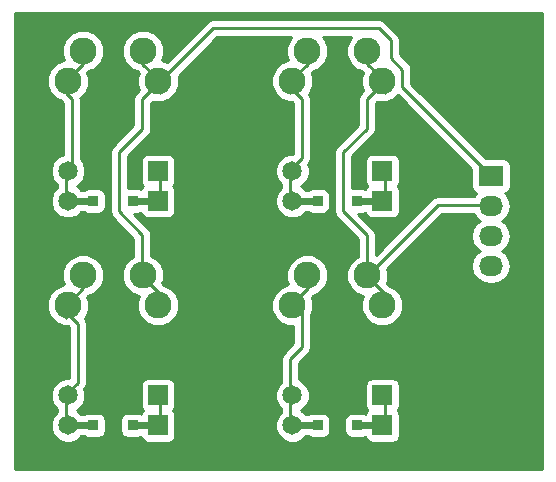
<source format=gbr>
G04 #@! TF.FileFunction,Copper,L1,Top,Signal*
%FSLAX46Y46*%
G04 Gerber Fmt 4.6, Leading zero omitted, Abs format (unit mm)*
G04 Created by KiCad (PCBNEW (after 2015-jan-16 BZR unknown)-brewed_product) date Friday, March 06, 2015 'AMt' 08:10:05 AM*
%MOMM*%
G01*
G04 APERTURE LIST*
%ADD10C,0.100000*%
%ADD11C,0.609600*%
%ADD12C,2.286000*%
%ADD13C,1.701800*%
%ADD14C,1.651000*%
%ADD15R,1.651000X1.651000*%
%ADD16R,0.838200X0.838200*%
%ADD17R,2.032000X1.727200*%
%ADD18O,2.032000X1.727200*%
%ADD19C,0.254000*%
G04 APERTURE END LIST*
D10*
D11*
X150190000Y-115620000D02*
X152336300Y-115620000D01*
X155663700Y-115620000D02*
X157810000Y-115620000D01*
X150190000Y-134620000D02*
X152336300Y-134620000D01*
X155663700Y-134620000D02*
X157810000Y-134620000D01*
X169190000Y-115620000D02*
X171336300Y-115620000D01*
X174663700Y-115620000D02*
X176810000Y-115620000D01*
X169190000Y-134620000D02*
X171336300Y-134620000D01*
X174663700Y-134620000D02*
X176810000Y-134620000D01*
D12*
X156540000Y-102920000D03*
X150190000Y-105460000D03*
D13*
X148920000Y-108000000D03*
X159080000Y-108000000D03*
D12*
X157810000Y-105460000D03*
X151460000Y-102920000D03*
D14*
X150190000Y-113080000D03*
D15*
X157810000Y-113080000D03*
D14*
X150190000Y-115620000D03*
D15*
X157810000Y-115620000D03*
D16*
X152336300Y-115620000D03*
X155663700Y-115620000D03*
D12*
X156540000Y-121920000D03*
X150190000Y-124460000D03*
D13*
X148920000Y-127000000D03*
X159080000Y-127000000D03*
D12*
X157810000Y-124460000D03*
X151460000Y-121920000D03*
D14*
X150190000Y-132080000D03*
D15*
X157810000Y-132080000D03*
D14*
X150190000Y-134620000D03*
D15*
X157810000Y-134620000D03*
D16*
X152336300Y-134620000D03*
X155663700Y-134620000D03*
D12*
X175540000Y-102920000D03*
X169190000Y-105460000D03*
D13*
X167920000Y-108000000D03*
X178080000Y-108000000D03*
D12*
X176810000Y-105460000D03*
X170460000Y-102920000D03*
D14*
X169190000Y-113080000D03*
D15*
X176810000Y-113080000D03*
D14*
X169190000Y-115620000D03*
D15*
X176810000Y-115620000D03*
D16*
X171336300Y-115620000D03*
X174663700Y-115620000D03*
D12*
X175540000Y-121920000D03*
X169190000Y-124460000D03*
D13*
X167920000Y-127000000D03*
X178080000Y-127000000D03*
D12*
X176810000Y-124460000D03*
X170460000Y-121920000D03*
D14*
X169190000Y-132080000D03*
D15*
X176810000Y-132080000D03*
D14*
X169190000Y-134620000D03*
D15*
X176810000Y-134620000D03*
D16*
X171336300Y-134620000D03*
X174663700Y-134620000D03*
D17*
X186000000Y-113500000D03*
D18*
X186000000Y-116040000D03*
X186000000Y-118580000D03*
X186000000Y-121120000D03*
D19*
X157810000Y-105460000D02*
X158000000Y-105500000D01*
X156540000Y-121920000D02*
X156500000Y-122000000D01*
X158000000Y-106500000D02*
X158000000Y-105500000D01*
X158000000Y-105500000D02*
X157810000Y-105460000D01*
X156540000Y-121920000D02*
X156500000Y-122000000D01*
X156500000Y-122000000D02*
X158000000Y-123500000D01*
X158000000Y-123500000D02*
X158000000Y-124500000D01*
X158000000Y-124500000D02*
X157810000Y-124460000D01*
X157810000Y-105460000D02*
X158000000Y-105500000D01*
X158000000Y-105500000D02*
X156500000Y-104000000D01*
X156500000Y-104000000D02*
X156500000Y-103000000D01*
X156500000Y-103000000D02*
X156540000Y-102920000D01*
X158000000Y-105500000D02*
X157810000Y-105460000D01*
X156500000Y-107000000D02*
X158000000Y-105500000D01*
X156500000Y-109500000D02*
X156500000Y-107000000D01*
X154500000Y-111500000D02*
X156500000Y-109500000D01*
X154500000Y-116500000D02*
X154500000Y-111500000D01*
X156500000Y-118500000D02*
X154500000Y-116500000D01*
X156500000Y-122000000D02*
X156500000Y-118500000D01*
X156540000Y-121920000D02*
X156500000Y-122000000D01*
X178500000Y-106000000D02*
X186000000Y-113500000D01*
X178500000Y-104500000D02*
X178500000Y-106000000D01*
X177500000Y-103500000D02*
X178500000Y-104500000D01*
X177500000Y-102000000D02*
X177500000Y-103500000D01*
X176500000Y-101000000D02*
X177500000Y-102000000D01*
X162500000Y-101000000D02*
X176500000Y-101000000D01*
X158000000Y-105500000D02*
X162500000Y-101000000D01*
X157810000Y-105460000D02*
X158000000Y-105500000D01*
X159080000Y-108000000D02*
X159000000Y-108000000D01*
X159000000Y-108000000D02*
X159500000Y-108500000D01*
X159000000Y-127000000D02*
X159080000Y-127000000D01*
X157810000Y-115620000D02*
X158000000Y-115500000D01*
X158000000Y-115500000D02*
X158000000Y-113000000D01*
X158000000Y-113000000D02*
X157810000Y-113080000D01*
X176810000Y-115620000D02*
X177000000Y-115500000D01*
X177000000Y-115500000D02*
X177000000Y-113000000D01*
X177000000Y-113000000D02*
X176810000Y-113080000D01*
X186000000Y-121120000D02*
X186000000Y-121000000D01*
X177000000Y-132000000D02*
X176810000Y-132080000D01*
X157810000Y-132080000D02*
X158000000Y-132000000D01*
X158000000Y-132000000D02*
X158000000Y-134500000D01*
X158000000Y-134500000D02*
X157810000Y-134620000D01*
X176810000Y-132080000D02*
X177000000Y-132000000D01*
X177000000Y-132000000D02*
X177000000Y-134500000D01*
X177000000Y-134500000D02*
X176810000Y-134620000D01*
X186000000Y-116000000D02*
X186000000Y-116040000D01*
X175540000Y-121920000D02*
X175500000Y-122000000D01*
X177000000Y-106500000D02*
X177000000Y-105500000D01*
X177000000Y-105500000D02*
X176810000Y-105460000D01*
X176810000Y-105460000D02*
X177000000Y-105500000D01*
X177000000Y-105500000D02*
X175500000Y-104000000D01*
X175500000Y-104000000D02*
X175500000Y-103000000D01*
X175500000Y-103000000D02*
X175540000Y-102920000D01*
X175540000Y-121920000D02*
X175500000Y-122000000D01*
X175500000Y-122000000D02*
X177000000Y-123500000D01*
X177000000Y-123500000D02*
X177000000Y-124500000D01*
X177000000Y-124500000D02*
X176810000Y-124460000D01*
X177000000Y-105500000D02*
X176810000Y-105460000D01*
X175500000Y-107000000D02*
X177000000Y-105500000D01*
X175500000Y-109500000D02*
X175500000Y-107000000D01*
X173500000Y-111500000D02*
X175500000Y-109500000D01*
X173500000Y-116500000D02*
X173500000Y-111500000D01*
X175500000Y-118500000D02*
X173500000Y-116500000D01*
X175500000Y-122000000D02*
X175500000Y-118500000D01*
X175540000Y-121920000D02*
X175500000Y-122000000D01*
X186000000Y-116000000D02*
X186000000Y-116040000D01*
X181500000Y-116000000D02*
X186000000Y-116000000D01*
X175500000Y-122000000D02*
X181500000Y-116000000D01*
X175540000Y-121920000D02*
X175500000Y-122000000D01*
X150190000Y-105460000D02*
X150000000Y-105500000D01*
X150000000Y-105500000D02*
X151500000Y-104000000D01*
X151500000Y-104000000D02*
X151500000Y-103000000D01*
X151500000Y-103000000D02*
X151460000Y-102920000D01*
X150190000Y-113080000D02*
X150000000Y-113000000D01*
X150000000Y-113000000D02*
X150500000Y-112500000D01*
X150500000Y-112500000D02*
X150500000Y-107000000D01*
X150500000Y-107000000D02*
X150000000Y-106500000D01*
X150000000Y-106500000D02*
X150000000Y-105500000D01*
X150000000Y-105500000D02*
X150190000Y-105460000D01*
X150190000Y-115620000D02*
X150000000Y-115500000D01*
X150000000Y-115500000D02*
X150000000Y-113000000D01*
X150000000Y-113000000D02*
X150190000Y-113080000D01*
X150190000Y-132080000D02*
X150000000Y-132000000D01*
X150000000Y-132000000D02*
X151000000Y-131000000D01*
X151000000Y-131000000D02*
X151000000Y-126000000D01*
X151000000Y-126000000D02*
X150000000Y-125000000D01*
X150000000Y-125000000D02*
X150000000Y-124000000D01*
X150000000Y-124000000D02*
X150190000Y-124460000D01*
X150190000Y-124460000D02*
X150000000Y-124500000D01*
X150000000Y-124500000D02*
X151500000Y-123000000D01*
X151500000Y-123000000D02*
X151500000Y-122000000D01*
X151500000Y-122000000D02*
X151460000Y-121920000D01*
X150190000Y-132080000D02*
X150000000Y-132000000D01*
X150000000Y-132000000D02*
X150500000Y-131500000D01*
X150000000Y-125500000D02*
X150000000Y-124500000D01*
X150000000Y-124500000D02*
X150190000Y-124460000D01*
X150190000Y-134620000D02*
X150000000Y-134500000D01*
X150000000Y-134500000D02*
X150000000Y-132000000D01*
X150000000Y-132000000D02*
X150190000Y-132080000D01*
X169190000Y-113080000D02*
X169000000Y-113000000D01*
X169000000Y-113000000D02*
X170000000Y-112000000D01*
X170000000Y-112000000D02*
X170000000Y-107000000D01*
X170000000Y-107000000D02*
X169000000Y-106000000D01*
X169000000Y-106000000D02*
X169000000Y-105000000D01*
X169000000Y-105000000D02*
X169190000Y-105460000D01*
X169190000Y-105460000D02*
X169000000Y-105500000D01*
X169000000Y-105500000D02*
X170500000Y-104000000D01*
X170500000Y-104000000D02*
X170500000Y-103000000D01*
X170500000Y-103000000D02*
X170460000Y-102920000D01*
X169190000Y-113080000D02*
X169000000Y-113000000D01*
X169000000Y-113000000D02*
X169500000Y-112500000D01*
X169000000Y-106500000D02*
X169000000Y-105500000D01*
X169000000Y-105500000D02*
X169190000Y-105460000D01*
X169190000Y-113080000D02*
X169000000Y-113000000D01*
X169000000Y-113000000D02*
X169000000Y-115500000D01*
X169000000Y-115500000D02*
X169190000Y-115620000D01*
X169190000Y-124460000D02*
X169000000Y-124000000D01*
X169000000Y-124000000D02*
X170000000Y-125000000D01*
X170000000Y-125000000D02*
X170000000Y-128000000D01*
X170000000Y-128000000D02*
X169000000Y-129000000D01*
X169000000Y-129000000D02*
X169000000Y-132000000D01*
X169000000Y-132000000D02*
X169190000Y-132080000D01*
X169190000Y-124460000D02*
X169000000Y-124500000D01*
X169000000Y-124500000D02*
X170500000Y-123000000D01*
X170500000Y-123000000D02*
X170500000Y-122000000D01*
X170500000Y-122000000D02*
X170460000Y-121920000D01*
X169190000Y-124460000D02*
X169000000Y-124500000D01*
X169000000Y-124500000D02*
X169500000Y-125000000D01*
X169000000Y-132000000D02*
X169190000Y-132080000D01*
X169190000Y-132080000D02*
X169000000Y-132000000D01*
X169000000Y-132000000D02*
X169000000Y-134500000D01*
X169000000Y-134500000D02*
X169190000Y-134620000D01*
G36*
X184772962Y-114968718D02*
X184755585Y-114980330D01*
X184583415Y-115238000D01*
X181500000Y-115238000D01*
X181208395Y-115296004D01*
X180961184Y-115461185D01*
X176262000Y-120160369D01*
X176262000Y-118500000D01*
X176203996Y-118208395D01*
X176038815Y-117961185D01*
X174764170Y-116686540D01*
X175082800Y-116686540D01*
X175324923Y-116639563D01*
X175369083Y-116610553D01*
X175384037Y-116687623D01*
X175523827Y-116900427D01*
X175734860Y-117042877D01*
X175984500Y-117092940D01*
X177635500Y-117092940D01*
X177877623Y-117045963D01*
X178090427Y-116906173D01*
X178232877Y-116695140D01*
X178282940Y-116445500D01*
X178282940Y-114794500D01*
X178235963Y-114552377D01*
X178102194Y-114348739D01*
X178232877Y-114155140D01*
X178282940Y-113905500D01*
X178282940Y-112254500D01*
X178235963Y-112012377D01*
X178096173Y-111799573D01*
X177885140Y-111657123D01*
X177635500Y-111607060D01*
X175984500Y-111607060D01*
X175742377Y-111654037D01*
X175529573Y-111793827D01*
X175387123Y-112004860D01*
X175337060Y-112254500D01*
X175337060Y-113905500D01*
X175384037Y-114147623D01*
X175517805Y-114351260D01*
X175387123Y-114544860D01*
X175370241Y-114629039D01*
X175332440Y-114603523D01*
X175082800Y-114553460D01*
X174262000Y-114553460D01*
X174262000Y-111815630D01*
X176038815Y-110038815D01*
X176203996Y-109791605D01*
X176261999Y-109500000D01*
X176262000Y-109500000D01*
X176262000Y-107315630D01*
X176373634Y-107203995D01*
X176454782Y-107237691D01*
X176879653Y-107238061D01*
X177000000Y-107262000D01*
X177119295Y-107238270D01*
X177162114Y-107238308D01*
X177202036Y-107221812D01*
X177291605Y-107203996D01*
X177366873Y-107153703D01*
X177815840Y-106968194D01*
X178103452Y-106681082D01*
X184336560Y-112914190D01*
X184336560Y-114363600D01*
X184383537Y-114605723D01*
X184523327Y-114818527D01*
X184734360Y-114960977D01*
X184772962Y-114968718D01*
X184772962Y-114968718D01*
G37*
X184772962Y-114968718D02*
X184755585Y-114980330D01*
X184583415Y-115238000D01*
X181500000Y-115238000D01*
X181208395Y-115296004D01*
X180961184Y-115461185D01*
X176262000Y-120160369D01*
X176262000Y-118500000D01*
X176203996Y-118208395D01*
X176038815Y-117961185D01*
X174764170Y-116686540D01*
X175082800Y-116686540D01*
X175324923Y-116639563D01*
X175369083Y-116610553D01*
X175384037Y-116687623D01*
X175523827Y-116900427D01*
X175734860Y-117042877D01*
X175984500Y-117092940D01*
X177635500Y-117092940D01*
X177877623Y-117045963D01*
X178090427Y-116906173D01*
X178232877Y-116695140D01*
X178282940Y-116445500D01*
X178282940Y-114794500D01*
X178235963Y-114552377D01*
X178102194Y-114348739D01*
X178232877Y-114155140D01*
X178282940Y-113905500D01*
X178282940Y-112254500D01*
X178235963Y-112012377D01*
X178096173Y-111799573D01*
X177885140Y-111657123D01*
X177635500Y-111607060D01*
X175984500Y-111607060D01*
X175742377Y-111654037D01*
X175529573Y-111793827D01*
X175387123Y-112004860D01*
X175337060Y-112254500D01*
X175337060Y-113905500D01*
X175384037Y-114147623D01*
X175517805Y-114351260D01*
X175387123Y-114544860D01*
X175370241Y-114629039D01*
X175332440Y-114603523D01*
X175082800Y-114553460D01*
X174262000Y-114553460D01*
X174262000Y-111815630D01*
X176038815Y-110038815D01*
X176203996Y-109791605D01*
X176261999Y-109500000D01*
X176262000Y-109500000D01*
X176262000Y-107315630D01*
X176373634Y-107203995D01*
X176454782Y-107237691D01*
X176879653Y-107238061D01*
X177000000Y-107262000D01*
X177119295Y-107238270D01*
X177162114Y-107238308D01*
X177202036Y-107221812D01*
X177291605Y-107203996D01*
X177366873Y-107153703D01*
X177815840Y-106968194D01*
X178103452Y-106681082D01*
X184336560Y-112914190D01*
X184336560Y-114363600D01*
X184383537Y-114605723D01*
X184523327Y-114818527D01*
X184734360Y-114960977D01*
X184772962Y-114968718D01*
G36*
X190315000Y-138315000D02*
X187683345Y-138315000D01*
X187683345Y-121120000D01*
X187569271Y-120546511D01*
X187244415Y-120060330D01*
X186929634Y-119850000D01*
X187244415Y-119639670D01*
X187569271Y-119153489D01*
X187683345Y-118580000D01*
X187569271Y-118006511D01*
X187244415Y-117520330D01*
X186929634Y-117310000D01*
X187244415Y-117099670D01*
X187569271Y-116613489D01*
X187683345Y-116040000D01*
X187569271Y-115466511D01*
X187244415Y-114980330D01*
X187228632Y-114969784D01*
X187258123Y-114964063D01*
X187470927Y-114824273D01*
X187613377Y-114613240D01*
X187663440Y-114363600D01*
X187663440Y-112636400D01*
X187616463Y-112394277D01*
X187476673Y-112181473D01*
X187265640Y-112039023D01*
X187016000Y-111988960D01*
X185566590Y-111988960D01*
X179262000Y-105684369D01*
X179262000Y-104500000D01*
X179203997Y-104208396D01*
X179203996Y-104208395D01*
X179038816Y-103961185D01*
X178262000Y-103184369D01*
X178262000Y-102000000D01*
X178203997Y-101708396D01*
X178203996Y-101708395D01*
X178038816Y-101461185D01*
X177038815Y-100461185D01*
X176791605Y-100296004D01*
X176500000Y-100238000D01*
X162500000Y-100238000D01*
X162208395Y-100296004D01*
X161961185Y-100461185D01*
X158571399Y-103850970D01*
X158165218Y-103682309D01*
X158148657Y-103682294D01*
X158317691Y-103275218D01*
X158318308Y-102567886D01*
X158048194Y-101914160D01*
X157548471Y-101413564D01*
X156895218Y-101142309D01*
X156187886Y-101141692D01*
X155534160Y-101411806D01*
X155033564Y-101911529D01*
X154762309Y-102564782D01*
X154761692Y-103272114D01*
X155031806Y-103925840D01*
X155531529Y-104426436D01*
X156074102Y-104651732D01*
X156177498Y-104755128D01*
X156032309Y-105104782D01*
X156031692Y-105812114D01*
X156200853Y-106221516D01*
X155961185Y-106461185D01*
X155796004Y-106708395D01*
X155738000Y-107000000D01*
X155738000Y-109184370D01*
X153961185Y-110961185D01*
X153796004Y-111208395D01*
X153738000Y-111500000D01*
X153738000Y-116500000D01*
X153796004Y-116791605D01*
X153961185Y-117038815D01*
X155738000Y-118815630D01*
X155738000Y-120327581D01*
X155534160Y-120411806D01*
X155033564Y-120911529D01*
X154762309Y-121564782D01*
X154761692Y-122272114D01*
X155031806Y-122925840D01*
X155531529Y-123426436D01*
X156184782Y-123697691D01*
X156201342Y-123697705D01*
X156032309Y-124104782D01*
X156031692Y-124812114D01*
X156301806Y-125465840D01*
X156801529Y-125966436D01*
X157454782Y-126237691D01*
X158162114Y-126238308D01*
X158815840Y-125968194D01*
X159316436Y-125468471D01*
X159587691Y-124815218D01*
X159588308Y-124107886D01*
X159318194Y-123454160D01*
X158818471Y-122953564D01*
X158327201Y-122749570D01*
X158181304Y-122603673D01*
X158317691Y-122275218D01*
X158318308Y-121567886D01*
X158048194Y-120914160D01*
X157548471Y-120413564D01*
X157262000Y-120294610D01*
X157262000Y-118500000D01*
X157203996Y-118208395D01*
X157038815Y-117961185D01*
X155764170Y-116686540D01*
X156082800Y-116686540D01*
X156324923Y-116639563D01*
X156369083Y-116610553D01*
X156384037Y-116687623D01*
X156523827Y-116900427D01*
X156734860Y-117042877D01*
X156984500Y-117092940D01*
X158635500Y-117092940D01*
X158877623Y-117045963D01*
X159090427Y-116906173D01*
X159232877Y-116695140D01*
X159282940Y-116445500D01*
X159282940Y-114794500D01*
X159235963Y-114552377D01*
X159102194Y-114348739D01*
X159232877Y-114155140D01*
X159282940Y-113905500D01*
X159282940Y-112254500D01*
X159235963Y-112012377D01*
X159096173Y-111799573D01*
X158885140Y-111657123D01*
X158635500Y-111607060D01*
X156984500Y-111607060D01*
X156742377Y-111654037D01*
X156529573Y-111793827D01*
X156387123Y-112004860D01*
X156337060Y-112254500D01*
X156337060Y-113905500D01*
X156384037Y-114147623D01*
X156517805Y-114351260D01*
X156387123Y-114544860D01*
X156370241Y-114629039D01*
X156332440Y-114603523D01*
X156082800Y-114553460D01*
X155262000Y-114553460D01*
X155262000Y-111815630D01*
X157038815Y-110038815D01*
X157203996Y-109791605D01*
X157261999Y-109500000D01*
X157262000Y-109500000D01*
X157262000Y-107315630D01*
X157373634Y-107203995D01*
X157454782Y-107237691D01*
X157879653Y-107238061D01*
X158000000Y-107262000D01*
X158119295Y-107238270D01*
X158162114Y-107238308D01*
X158202036Y-107221812D01*
X158291605Y-107203996D01*
X158366873Y-107153703D01*
X158815840Y-106968194D01*
X159316436Y-106468471D01*
X159587691Y-105815218D01*
X159588308Y-105107886D01*
X159553642Y-105023987D01*
X162815630Y-101762000D01*
X169103354Y-101762000D01*
X168953564Y-101911529D01*
X168682309Y-102564782D01*
X168681692Y-103272114D01*
X168850930Y-103681703D01*
X168837886Y-103681692D01*
X168184160Y-103951806D01*
X167683564Y-104451529D01*
X167412309Y-105104782D01*
X167411692Y-105812114D01*
X167681806Y-106465840D01*
X168181529Y-106966436D01*
X168634127Y-107154371D01*
X168708395Y-107203996D01*
X168795234Y-107221269D01*
X168834782Y-107237691D01*
X168877980Y-107237728D01*
X169000000Y-107262000D01*
X169120954Y-107237940D01*
X169160344Y-107237974D01*
X169238000Y-107315630D01*
X169238000Y-111619541D01*
X168900763Y-111619247D01*
X168363774Y-111841126D01*
X167952570Y-112251613D01*
X167729754Y-112788214D01*
X167729247Y-113369237D01*
X167951126Y-113906226D01*
X168238000Y-114193601D01*
X168238000Y-114506680D01*
X167952570Y-114791613D01*
X167729754Y-115328214D01*
X167729247Y-115909237D01*
X167951126Y-116446226D01*
X168361613Y-116857430D01*
X168898214Y-117080246D01*
X169479237Y-117080753D01*
X170016226Y-116858874D01*
X170315822Y-116559800D01*
X170553966Y-116559800D01*
X170667560Y-116636477D01*
X170917200Y-116686540D01*
X171755400Y-116686540D01*
X171997523Y-116639563D01*
X172210327Y-116499773D01*
X172352777Y-116288740D01*
X172402840Y-116039100D01*
X172402840Y-115200900D01*
X172355863Y-114958777D01*
X172216073Y-114745973D01*
X172005040Y-114603523D01*
X171755400Y-114553460D01*
X170917200Y-114553460D01*
X170675077Y-114600437D01*
X170553652Y-114680200D01*
X170315498Y-114680200D01*
X170018387Y-114382570D01*
X169940421Y-114350195D01*
X170016226Y-114318874D01*
X170427430Y-113908387D01*
X170650246Y-113371786D01*
X170650753Y-112790763D01*
X170543656Y-112531570D01*
X170543656Y-112531569D01*
X170703996Y-112291605D01*
X170703997Y-112291604D01*
X170762000Y-112000000D01*
X170762000Y-107000000D01*
X170703997Y-106708396D01*
X170703996Y-106708395D01*
X170604804Y-106559943D01*
X170696436Y-106468471D01*
X170967691Y-105815218D01*
X170968308Y-105107886D01*
X170822537Y-104755093D01*
X170926646Y-104650983D01*
X171465840Y-104428194D01*
X171966436Y-103928471D01*
X172237691Y-103275218D01*
X172238308Y-102567886D01*
X171968194Y-101914160D01*
X171816299Y-101762000D01*
X174183354Y-101762000D01*
X174033564Y-101911529D01*
X173762309Y-102564782D01*
X173761692Y-103272114D01*
X174031806Y-103925840D01*
X174531529Y-104426436D01*
X175074102Y-104651732D01*
X175177498Y-104755128D01*
X175032309Y-105104782D01*
X175031692Y-105812114D01*
X175200853Y-106221516D01*
X174961185Y-106461185D01*
X174796004Y-106708395D01*
X174738000Y-107000000D01*
X174738000Y-109184370D01*
X172961185Y-110961185D01*
X172796004Y-111208395D01*
X172738000Y-111500000D01*
X172738000Y-116500000D01*
X172796004Y-116791605D01*
X172961185Y-117038815D01*
X174738000Y-118815630D01*
X174738000Y-120327581D01*
X174534160Y-120411806D01*
X174033564Y-120911529D01*
X173762309Y-121564782D01*
X173761692Y-122272114D01*
X174031806Y-122925840D01*
X174531529Y-123426436D01*
X175184782Y-123697691D01*
X175201342Y-123697705D01*
X175032309Y-124104782D01*
X175031692Y-124812114D01*
X175301806Y-125465840D01*
X175801529Y-125966436D01*
X176454782Y-126237691D01*
X177162114Y-126238308D01*
X177815840Y-125968194D01*
X178316436Y-125468471D01*
X178587691Y-124815218D01*
X178588308Y-124107886D01*
X178318194Y-123454160D01*
X177818471Y-122953564D01*
X177327201Y-122749570D01*
X177181304Y-122603673D01*
X177317691Y-122275218D01*
X177318308Y-121567886D01*
X177228089Y-121349540D01*
X181815630Y-116762000D01*
X184529960Y-116762000D01*
X184755585Y-117099670D01*
X185070365Y-117310000D01*
X184755585Y-117520330D01*
X184430729Y-118006511D01*
X184316655Y-118580000D01*
X184430729Y-119153489D01*
X184755585Y-119639670D01*
X185070365Y-119850000D01*
X184755585Y-120060330D01*
X184430729Y-120546511D01*
X184316655Y-121120000D01*
X184430729Y-121693489D01*
X184755585Y-122179670D01*
X185241766Y-122504526D01*
X185815255Y-122618600D01*
X186184745Y-122618600D01*
X186758234Y-122504526D01*
X187244415Y-122179670D01*
X187569271Y-121693489D01*
X187683345Y-121120000D01*
X187683345Y-138315000D01*
X178282940Y-138315000D01*
X178282940Y-135445500D01*
X178282940Y-133794500D01*
X178235963Y-133552377D01*
X178102194Y-133348739D01*
X178232877Y-133155140D01*
X178282940Y-132905500D01*
X178282940Y-131254500D01*
X178235963Y-131012377D01*
X178096173Y-130799573D01*
X177885140Y-130657123D01*
X177635500Y-130607060D01*
X175984500Y-130607060D01*
X175742377Y-130654037D01*
X175529573Y-130793827D01*
X175387123Y-131004860D01*
X175337060Y-131254500D01*
X175337060Y-132905500D01*
X175384037Y-133147623D01*
X175517805Y-133351260D01*
X175387123Y-133544860D01*
X175370241Y-133629039D01*
X175332440Y-133603523D01*
X175082800Y-133553460D01*
X174244600Y-133553460D01*
X174002477Y-133600437D01*
X173789673Y-133740227D01*
X173647223Y-133951260D01*
X173597160Y-134200900D01*
X173597160Y-135039100D01*
X173644137Y-135281223D01*
X173783927Y-135494027D01*
X173994960Y-135636477D01*
X174244600Y-135686540D01*
X175082800Y-135686540D01*
X175324923Y-135639563D01*
X175369083Y-135610553D01*
X175384037Y-135687623D01*
X175523827Y-135900427D01*
X175734860Y-136042877D01*
X175984500Y-136092940D01*
X177635500Y-136092940D01*
X177877623Y-136045963D01*
X178090427Y-135906173D01*
X178232877Y-135695140D01*
X178282940Y-135445500D01*
X178282940Y-138315000D01*
X172402840Y-138315000D01*
X172402840Y-135039100D01*
X172402840Y-134200900D01*
X172355863Y-133958777D01*
X172216073Y-133745973D01*
X172005040Y-133603523D01*
X171755400Y-133553460D01*
X170917200Y-133553460D01*
X170675077Y-133600437D01*
X170553652Y-133680200D01*
X170315498Y-133680200D01*
X170018387Y-133382570D01*
X169940421Y-133350195D01*
X170016226Y-133318874D01*
X170427430Y-132908387D01*
X170650246Y-132371786D01*
X170650753Y-131790763D01*
X170428874Y-131253774D01*
X170018387Y-130842570D01*
X169762000Y-130736108D01*
X169762000Y-129315630D01*
X170538815Y-128538815D01*
X170538816Y-128538815D01*
X170703996Y-128291605D01*
X170703997Y-128291604D01*
X170762000Y-128000000D01*
X170762000Y-125310575D01*
X170967691Y-124815218D01*
X170968308Y-124107886D01*
X170822537Y-123755093D01*
X170926646Y-123650983D01*
X171465840Y-123428194D01*
X171966436Y-122928471D01*
X172237691Y-122275218D01*
X172238308Y-121567886D01*
X171968194Y-120914160D01*
X171468471Y-120413564D01*
X170815218Y-120142309D01*
X170107886Y-120141692D01*
X169454160Y-120411806D01*
X168953564Y-120911529D01*
X168682309Y-121564782D01*
X168681692Y-122272114D01*
X168850930Y-122681703D01*
X168837886Y-122681692D01*
X168184160Y-122951806D01*
X167683564Y-123451529D01*
X167412309Y-124104782D01*
X167411692Y-124812114D01*
X167681806Y-125465840D01*
X168181529Y-125966436D01*
X168834782Y-126237691D01*
X169238000Y-126238042D01*
X169238000Y-127684369D01*
X168461185Y-128461185D01*
X168296004Y-128708395D01*
X168238000Y-129000000D01*
X168238000Y-130966680D01*
X167952570Y-131251613D01*
X167729754Y-131788214D01*
X167729247Y-132369237D01*
X167951126Y-132906226D01*
X168238000Y-133193601D01*
X168238000Y-133506680D01*
X167952570Y-133791613D01*
X167729754Y-134328214D01*
X167729247Y-134909237D01*
X167951126Y-135446226D01*
X168361613Y-135857430D01*
X168898214Y-136080246D01*
X169479237Y-136080753D01*
X170016226Y-135858874D01*
X170315822Y-135559800D01*
X170553966Y-135559800D01*
X170667560Y-135636477D01*
X170917200Y-135686540D01*
X171755400Y-135686540D01*
X171997523Y-135639563D01*
X172210327Y-135499773D01*
X172352777Y-135288740D01*
X172402840Y-135039100D01*
X172402840Y-138315000D01*
X159282940Y-138315000D01*
X159282940Y-135445500D01*
X159282940Y-133794500D01*
X159235963Y-133552377D01*
X159102194Y-133348739D01*
X159232877Y-133155140D01*
X159282940Y-132905500D01*
X159282940Y-131254500D01*
X159235963Y-131012377D01*
X159096173Y-130799573D01*
X158885140Y-130657123D01*
X158635500Y-130607060D01*
X156984500Y-130607060D01*
X156742377Y-130654037D01*
X156529573Y-130793827D01*
X156387123Y-131004860D01*
X156337060Y-131254500D01*
X156337060Y-132905500D01*
X156384037Y-133147623D01*
X156517805Y-133351260D01*
X156387123Y-133544860D01*
X156370241Y-133629039D01*
X156332440Y-133603523D01*
X156082800Y-133553460D01*
X155244600Y-133553460D01*
X155002477Y-133600437D01*
X154789673Y-133740227D01*
X154647223Y-133951260D01*
X154597160Y-134200900D01*
X154597160Y-135039100D01*
X154644137Y-135281223D01*
X154783927Y-135494027D01*
X154994960Y-135636477D01*
X155244600Y-135686540D01*
X156082800Y-135686540D01*
X156324923Y-135639563D01*
X156369083Y-135610553D01*
X156384037Y-135687623D01*
X156523827Y-135900427D01*
X156734860Y-136042877D01*
X156984500Y-136092940D01*
X158635500Y-136092940D01*
X158877623Y-136045963D01*
X159090427Y-135906173D01*
X159232877Y-135695140D01*
X159282940Y-135445500D01*
X159282940Y-138315000D01*
X153402840Y-138315000D01*
X153402840Y-135039100D01*
X153402840Y-134200900D01*
X153402840Y-116039100D01*
X153402840Y-115200900D01*
X153355863Y-114958777D01*
X153216073Y-114745973D01*
X153005040Y-114603523D01*
X152755400Y-114553460D01*
X151917200Y-114553460D01*
X151675077Y-114600437D01*
X151553652Y-114680200D01*
X151315498Y-114680200D01*
X151018387Y-114382570D01*
X150940421Y-114350195D01*
X151016226Y-114318874D01*
X151427430Y-113908387D01*
X151650246Y-113371786D01*
X151650753Y-112790763D01*
X151428874Y-112253774D01*
X151262000Y-112086608D01*
X151262000Y-107000000D01*
X151245760Y-106918360D01*
X151696436Y-106468471D01*
X151967691Y-105815218D01*
X151968308Y-105107886D01*
X151822537Y-104755093D01*
X151926646Y-104650983D01*
X152465840Y-104428194D01*
X152966436Y-103928471D01*
X153237691Y-103275218D01*
X153238308Y-102567886D01*
X152968194Y-101914160D01*
X152468471Y-101413564D01*
X151815218Y-101142309D01*
X151107886Y-101141692D01*
X150454160Y-101411806D01*
X149953564Y-101911529D01*
X149682309Y-102564782D01*
X149681692Y-103272114D01*
X149850930Y-103681703D01*
X149837886Y-103681692D01*
X149184160Y-103951806D01*
X148683564Y-104451529D01*
X148412309Y-105104782D01*
X148411692Y-105812114D01*
X148681806Y-106465840D01*
X149181529Y-106966436D01*
X149535992Y-107113622D01*
X149738000Y-107315630D01*
X149738000Y-111686499D01*
X149363774Y-111841126D01*
X148952570Y-112251613D01*
X148729754Y-112788214D01*
X148729247Y-113369237D01*
X148951126Y-113906226D01*
X149238000Y-114193601D01*
X149238000Y-114506680D01*
X148952570Y-114791613D01*
X148729754Y-115328214D01*
X148729247Y-115909237D01*
X148951126Y-116446226D01*
X149361613Y-116857430D01*
X149898214Y-117080246D01*
X150479237Y-117080753D01*
X151016226Y-116858874D01*
X151315822Y-116559800D01*
X151553966Y-116559800D01*
X151667560Y-116636477D01*
X151917200Y-116686540D01*
X152755400Y-116686540D01*
X152997523Y-116639563D01*
X153210327Y-116499773D01*
X153352777Y-116288740D01*
X153402840Y-116039100D01*
X153402840Y-134200900D01*
X153355863Y-133958777D01*
X153216073Y-133745973D01*
X153005040Y-133603523D01*
X152755400Y-133553460D01*
X151917200Y-133553460D01*
X151675077Y-133600437D01*
X151553652Y-133680200D01*
X151315498Y-133680200D01*
X151018387Y-133382570D01*
X150940421Y-133350195D01*
X151016226Y-133318874D01*
X151427430Y-132908387D01*
X151650246Y-132371786D01*
X151650753Y-131790763D01*
X151543656Y-131531570D01*
X151543656Y-131531569D01*
X151703996Y-131291605D01*
X151703997Y-131291604D01*
X151762000Y-131000000D01*
X151762000Y-126000000D01*
X151703997Y-125708396D01*
X151703996Y-125708395D01*
X151604804Y-125559943D01*
X151696436Y-125468471D01*
X151967691Y-124815218D01*
X151968308Y-124107886D01*
X151822537Y-123755093D01*
X151926646Y-123650983D01*
X152465840Y-123428194D01*
X152966436Y-122928471D01*
X153237691Y-122275218D01*
X153238308Y-121567886D01*
X152968194Y-120914160D01*
X152468471Y-120413564D01*
X151815218Y-120142309D01*
X151107886Y-120141692D01*
X150454160Y-120411806D01*
X149953564Y-120911529D01*
X149682309Y-121564782D01*
X149681692Y-122272114D01*
X149850930Y-122681703D01*
X149837886Y-122681692D01*
X149184160Y-122951806D01*
X148683564Y-123451529D01*
X148412309Y-124104782D01*
X148411692Y-124812114D01*
X148681806Y-125465840D01*
X149181529Y-125966436D01*
X149634127Y-126154371D01*
X149708395Y-126203996D01*
X149795234Y-126221269D01*
X149834782Y-126237691D01*
X149877980Y-126237728D01*
X150000000Y-126262000D01*
X150120954Y-126237940D01*
X150160344Y-126237974D01*
X150238000Y-126315630D01*
X150238000Y-130619541D01*
X149900763Y-130619247D01*
X149363774Y-130841126D01*
X148952570Y-131251613D01*
X148729754Y-131788214D01*
X148729247Y-132369237D01*
X148951126Y-132906226D01*
X149238000Y-133193601D01*
X149238000Y-133506680D01*
X148952570Y-133791613D01*
X148729754Y-134328214D01*
X148729247Y-134909237D01*
X148951126Y-135446226D01*
X149361613Y-135857430D01*
X149898214Y-136080246D01*
X150479237Y-136080753D01*
X151016226Y-135858874D01*
X151315822Y-135559800D01*
X151553966Y-135559800D01*
X151667560Y-135636477D01*
X151917200Y-135686540D01*
X152755400Y-135686540D01*
X152997523Y-135639563D01*
X153210327Y-135499773D01*
X153352777Y-135288740D01*
X153402840Y-135039100D01*
X153402840Y-138315000D01*
X145685000Y-138315000D01*
X145685000Y-138000000D01*
X145685000Y-99685000D01*
X190315000Y-99685000D01*
X190315000Y-138315000D01*
X190315000Y-138315000D01*
G37*
X190315000Y-138315000D02*
X187683345Y-138315000D01*
X187683345Y-121120000D01*
X187569271Y-120546511D01*
X187244415Y-120060330D01*
X186929634Y-119850000D01*
X187244415Y-119639670D01*
X187569271Y-119153489D01*
X187683345Y-118580000D01*
X187569271Y-118006511D01*
X187244415Y-117520330D01*
X186929634Y-117310000D01*
X187244415Y-117099670D01*
X187569271Y-116613489D01*
X187683345Y-116040000D01*
X187569271Y-115466511D01*
X187244415Y-114980330D01*
X187228632Y-114969784D01*
X187258123Y-114964063D01*
X187470927Y-114824273D01*
X187613377Y-114613240D01*
X187663440Y-114363600D01*
X187663440Y-112636400D01*
X187616463Y-112394277D01*
X187476673Y-112181473D01*
X187265640Y-112039023D01*
X187016000Y-111988960D01*
X185566590Y-111988960D01*
X179262000Y-105684369D01*
X179262000Y-104500000D01*
X179203997Y-104208396D01*
X179203996Y-104208395D01*
X179038816Y-103961185D01*
X178262000Y-103184369D01*
X178262000Y-102000000D01*
X178203997Y-101708396D01*
X178203996Y-101708395D01*
X178038816Y-101461185D01*
X177038815Y-100461185D01*
X176791605Y-100296004D01*
X176500000Y-100238000D01*
X162500000Y-100238000D01*
X162208395Y-100296004D01*
X161961185Y-100461185D01*
X158571399Y-103850970D01*
X158165218Y-103682309D01*
X158148657Y-103682294D01*
X158317691Y-103275218D01*
X158318308Y-102567886D01*
X158048194Y-101914160D01*
X157548471Y-101413564D01*
X156895218Y-101142309D01*
X156187886Y-101141692D01*
X155534160Y-101411806D01*
X155033564Y-101911529D01*
X154762309Y-102564782D01*
X154761692Y-103272114D01*
X155031806Y-103925840D01*
X155531529Y-104426436D01*
X156074102Y-104651732D01*
X156177498Y-104755128D01*
X156032309Y-105104782D01*
X156031692Y-105812114D01*
X156200853Y-106221516D01*
X155961185Y-106461185D01*
X155796004Y-106708395D01*
X155738000Y-107000000D01*
X155738000Y-109184370D01*
X153961185Y-110961185D01*
X153796004Y-111208395D01*
X153738000Y-111500000D01*
X153738000Y-116500000D01*
X153796004Y-116791605D01*
X153961185Y-117038815D01*
X155738000Y-118815630D01*
X155738000Y-120327581D01*
X155534160Y-120411806D01*
X155033564Y-120911529D01*
X154762309Y-121564782D01*
X154761692Y-122272114D01*
X155031806Y-122925840D01*
X155531529Y-123426436D01*
X156184782Y-123697691D01*
X156201342Y-123697705D01*
X156032309Y-124104782D01*
X156031692Y-124812114D01*
X156301806Y-125465840D01*
X156801529Y-125966436D01*
X157454782Y-126237691D01*
X158162114Y-126238308D01*
X158815840Y-125968194D01*
X159316436Y-125468471D01*
X159587691Y-124815218D01*
X159588308Y-124107886D01*
X159318194Y-123454160D01*
X158818471Y-122953564D01*
X158327201Y-122749570D01*
X158181304Y-122603673D01*
X158317691Y-122275218D01*
X158318308Y-121567886D01*
X158048194Y-120914160D01*
X157548471Y-120413564D01*
X157262000Y-120294610D01*
X157262000Y-118500000D01*
X157203996Y-118208395D01*
X157038815Y-117961185D01*
X155764170Y-116686540D01*
X156082800Y-116686540D01*
X156324923Y-116639563D01*
X156369083Y-116610553D01*
X156384037Y-116687623D01*
X156523827Y-116900427D01*
X156734860Y-117042877D01*
X156984500Y-117092940D01*
X158635500Y-117092940D01*
X158877623Y-117045963D01*
X159090427Y-116906173D01*
X159232877Y-116695140D01*
X159282940Y-116445500D01*
X159282940Y-114794500D01*
X159235963Y-114552377D01*
X159102194Y-114348739D01*
X159232877Y-114155140D01*
X159282940Y-113905500D01*
X159282940Y-112254500D01*
X159235963Y-112012377D01*
X159096173Y-111799573D01*
X158885140Y-111657123D01*
X158635500Y-111607060D01*
X156984500Y-111607060D01*
X156742377Y-111654037D01*
X156529573Y-111793827D01*
X156387123Y-112004860D01*
X156337060Y-112254500D01*
X156337060Y-113905500D01*
X156384037Y-114147623D01*
X156517805Y-114351260D01*
X156387123Y-114544860D01*
X156370241Y-114629039D01*
X156332440Y-114603523D01*
X156082800Y-114553460D01*
X155262000Y-114553460D01*
X155262000Y-111815630D01*
X157038815Y-110038815D01*
X157203996Y-109791605D01*
X157261999Y-109500000D01*
X157262000Y-109500000D01*
X157262000Y-107315630D01*
X157373634Y-107203995D01*
X157454782Y-107237691D01*
X157879653Y-107238061D01*
X158000000Y-107262000D01*
X158119295Y-107238270D01*
X158162114Y-107238308D01*
X158202036Y-107221812D01*
X158291605Y-107203996D01*
X158366873Y-107153703D01*
X158815840Y-106968194D01*
X159316436Y-106468471D01*
X159587691Y-105815218D01*
X159588308Y-105107886D01*
X159553642Y-105023987D01*
X162815630Y-101762000D01*
X169103354Y-101762000D01*
X168953564Y-101911529D01*
X168682309Y-102564782D01*
X168681692Y-103272114D01*
X168850930Y-103681703D01*
X168837886Y-103681692D01*
X168184160Y-103951806D01*
X167683564Y-104451529D01*
X167412309Y-105104782D01*
X167411692Y-105812114D01*
X167681806Y-106465840D01*
X168181529Y-106966436D01*
X168634127Y-107154371D01*
X168708395Y-107203996D01*
X168795234Y-107221269D01*
X168834782Y-107237691D01*
X168877980Y-107237728D01*
X169000000Y-107262000D01*
X169120954Y-107237940D01*
X169160344Y-107237974D01*
X169238000Y-107315630D01*
X169238000Y-111619541D01*
X168900763Y-111619247D01*
X168363774Y-111841126D01*
X167952570Y-112251613D01*
X167729754Y-112788214D01*
X167729247Y-113369237D01*
X167951126Y-113906226D01*
X168238000Y-114193601D01*
X168238000Y-114506680D01*
X167952570Y-114791613D01*
X167729754Y-115328214D01*
X167729247Y-115909237D01*
X167951126Y-116446226D01*
X168361613Y-116857430D01*
X168898214Y-117080246D01*
X169479237Y-117080753D01*
X170016226Y-116858874D01*
X170315822Y-116559800D01*
X170553966Y-116559800D01*
X170667560Y-116636477D01*
X170917200Y-116686540D01*
X171755400Y-116686540D01*
X171997523Y-116639563D01*
X172210327Y-116499773D01*
X172352777Y-116288740D01*
X172402840Y-116039100D01*
X172402840Y-115200900D01*
X172355863Y-114958777D01*
X172216073Y-114745973D01*
X172005040Y-114603523D01*
X171755400Y-114553460D01*
X170917200Y-114553460D01*
X170675077Y-114600437D01*
X170553652Y-114680200D01*
X170315498Y-114680200D01*
X170018387Y-114382570D01*
X169940421Y-114350195D01*
X170016226Y-114318874D01*
X170427430Y-113908387D01*
X170650246Y-113371786D01*
X170650753Y-112790763D01*
X170543656Y-112531570D01*
X170543656Y-112531569D01*
X170703996Y-112291605D01*
X170703997Y-112291604D01*
X170762000Y-112000000D01*
X170762000Y-107000000D01*
X170703997Y-106708396D01*
X170703996Y-106708395D01*
X170604804Y-106559943D01*
X170696436Y-106468471D01*
X170967691Y-105815218D01*
X170968308Y-105107886D01*
X170822537Y-104755093D01*
X170926646Y-104650983D01*
X171465840Y-104428194D01*
X171966436Y-103928471D01*
X172237691Y-103275218D01*
X172238308Y-102567886D01*
X171968194Y-101914160D01*
X171816299Y-101762000D01*
X174183354Y-101762000D01*
X174033564Y-101911529D01*
X173762309Y-102564782D01*
X173761692Y-103272114D01*
X174031806Y-103925840D01*
X174531529Y-104426436D01*
X175074102Y-104651732D01*
X175177498Y-104755128D01*
X175032309Y-105104782D01*
X175031692Y-105812114D01*
X175200853Y-106221516D01*
X174961185Y-106461185D01*
X174796004Y-106708395D01*
X174738000Y-107000000D01*
X174738000Y-109184370D01*
X172961185Y-110961185D01*
X172796004Y-111208395D01*
X172738000Y-111500000D01*
X172738000Y-116500000D01*
X172796004Y-116791605D01*
X172961185Y-117038815D01*
X174738000Y-118815630D01*
X174738000Y-120327581D01*
X174534160Y-120411806D01*
X174033564Y-120911529D01*
X173762309Y-121564782D01*
X173761692Y-122272114D01*
X174031806Y-122925840D01*
X174531529Y-123426436D01*
X175184782Y-123697691D01*
X175201342Y-123697705D01*
X175032309Y-124104782D01*
X175031692Y-124812114D01*
X175301806Y-125465840D01*
X175801529Y-125966436D01*
X176454782Y-126237691D01*
X177162114Y-126238308D01*
X177815840Y-125968194D01*
X178316436Y-125468471D01*
X178587691Y-124815218D01*
X178588308Y-124107886D01*
X178318194Y-123454160D01*
X177818471Y-122953564D01*
X177327201Y-122749570D01*
X177181304Y-122603673D01*
X177317691Y-122275218D01*
X177318308Y-121567886D01*
X177228089Y-121349540D01*
X181815630Y-116762000D01*
X184529960Y-116762000D01*
X184755585Y-117099670D01*
X185070365Y-117310000D01*
X184755585Y-117520330D01*
X184430729Y-118006511D01*
X184316655Y-118580000D01*
X184430729Y-119153489D01*
X184755585Y-119639670D01*
X185070365Y-119850000D01*
X184755585Y-120060330D01*
X184430729Y-120546511D01*
X184316655Y-121120000D01*
X184430729Y-121693489D01*
X184755585Y-122179670D01*
X185241766Y-122504526D01*
X185815255Y-122618600D01*
X186184745Y-122618600D01*
X186758234Y-122504526D01*
X187244415Y-122179670D01*
X187569271Y-121693489D01*
X187683345Y-121120000D01*
X187683345Y-138315000D01*
X178282940Y-138315000D01*
X178282940Y-135445500D01*
X178282940Y-133794500D01*
X178235963Y-133552377D01*
X178102194Y-133348739D01*
X178232877Y-133155140D01*
X178282940Y-132905500D01*
X178282940Y-131254500D01*
X178235963Y-131012377D01*
X178096173Y-130799573D01*
X177885140Y-130657123D01*
X177635500Y-130607060D01*
X175984500Y-130607060D01*
X175742377Y-130654037D01*
X175529573Y-130793827D01*
X175387123Y-131004860D01*
X175337060Y-131254500D01*
X175337060Y-132905500D01*
X175384037Y-133147623D01*
X175517805Y-133351260D01*
X175387123Y-133544860D01*
X175370241Y-133629039D01*
X175332440Y-133603523D01*
X175082800Y-133553460D01*
X174244600Y-133553460D01*
X174002477Y-133600437D01*
X173789673Y-133740227D01*
X173647223Y-133951260D01*
X173597160Y-134200900D01*
X173597160Y-135039100D01*
X173644137Y-135281223D01*
X173783927Y-135494027D01*
X173994960Y-135636477D01*
X174244600Y-135686540D01*
X175082800Y-135686540D01*
X175324923Y-135639563D01*
X175369083Y-135610553D01*
X175384037Y-135687623D01*
X175523827Y-135900427D01*
X175734860Y-136042877D01*
X175984500Y-136092940D01*
X177635500Y-136092940D01*
X177877623Y-136045963D01*
X178090427Y-135906173D01*
X178232877Y-135695140D01*
X178282940Y-135445500D01*
X178282940Y-138315000D01*
X172402840Y-138315000D01*
X172402840Y-135039100D01*
X172402840Y-134200900D01*
X172355863Y-133958777D01*
X172216073Y-133745973D01*
X172005040Y-133603523D01*
X171755400Y-133553460D01*
X170917200Y-133553460D01*
X170675077Y-133600437D01*
X170553652Y-133680200D01*
X170315498Y-133680200D01*
X170018387Y-133382570D01*
X169940421Y-133350195D01*
X170016226Y-133318874D01*
X170427430Y-132908387D01*
X170650246Y-132371786D01*
X170650753Y-131790763D01*
X170428874Y-131253774D01*
X170018387Y-130842570D01*
X169762000Y-130736108D01*
X169762000Y-129315630D01*
X170538815Y-128538815D01*
X170538816Y-128538815D01*
X170703996Y-128291605D01*
X170703997Y-128291604D01*
X170762000Y-128000000D01*
X170762000Y-125310575D01*
X170967691Y-124815218D01*
X170968308Y-124107886D01*
X170822537Y-123755093D01*
X170926646Y-123650983D01*
X171465840Y-123428194D01*
X171966436Y-122928471D01*
X172237691Y-122275218D01*
X172238308Y-121567886D01*
X171968194Y-120914160D01*
X171468471Y-120413564D01*
X170815218Y-120142309D01*
X170107886Y-120141692D01*
X169454160Y-120411806D01*
X168953564Y-120911529D01*
X168682309Y-121564782D01*
X168681692Y-122272114D01*
X168850930Y-122681703D01*
X168837886Y-122681692D01*
X168184160Y-122951806D01*
X167683564Y-123451529D01*
X167412309Y-124104782D01*
X167411692Y-124812114D01*
X167681806Y-125465840D01*
X168181529Y-125966436D01*
X168834782Y-126237691D01*
X169238000Y-126238042D01*
X169238000Y-127684369D01*
X168461185Y-128461185D01*
X168296004Y-128708395D01*
X168238000Y-129000000D01*
X168238000Y-130966680D01*
X167952570Y-131251613D01*
X167729754Y-131788214D01*
X167729247Y-132369237D01*
X167951126Y-132906226D01*
X168238000Y-133193601D01*
X168238000Y-133506680D01*
X167952570Y-133791613D01*
X167729754Y-134328214D01*
X167729247Y-134909237D01*
X167951126Y-135446226D01*
X168361613Y-135857430D01*
X168898214Y-136080246D01*
X169479237Y-136080753D01*
X170016226Y-135858874D01*
X170315822Y-135559800D01*
X170553966Y-135559800D01*
X170667560Y-135636477D01*
X170917200Y-135686540D01*
X171755400Y-135686540D01*
X171997523Y-135639563D01*
X172210327Y-135499773D01*
X172352777Y-135288740D01*
X172402840Y-135039100D01*
X172402840Y-138315000D01*
X159282940Y-138315000D01*
X159282940Y-135445500D01*
X159282940Y-133794500D01*
X159235963Y-133552377D01*
X159102194Y-133348739D01*
X159232877Y-133155140D01*
X159282940Y-132905500D01*
X159282940Y-131254500D01*
X159235963Y-131012377D01*
X159096173Y-130799573D01*
X158885140Y-130657123D01*
X158635500Y-130607060D01*
X156984500Y-130607060D01*
X156742377Y-130654037D01*
X156529573Y-130793827D01*
X156387123Y-131004860D01*
X156337060Y-131254500D01*
X156337060Y-132905500D01*
X156384037Y-133147623D01*
X156517805Y-133351260D01*
X156387123Y-133544860D01*
X156370241Y-133629039D01*
X156332440Y-133603523D01*
X156082800Y-133553460D01*
X155244600Y-133553460D01*
X155002477Y-133600437D01*
X154789673Y-133740227D01*
X154647223Y-133951260D01*
X154597160Y-134200900D01*
X154597160Y-135039100D01*
X154644137Y-135281223D01*
X154783927Y-135494027D01*
X154994960Y-135636477D01*
X155244600Y-135686540D01*
X156082800Y-135686540D01*
X156324923Y-135639563D01*
X156369083Y-135610553D01*
X156384037Y-135687623D01*
X156523827Y-135900427D01*
X156734860Y-136042877D01*
X156984500Y-136092940D01*
X158635500Y-136092940D01*
X158877623Y-136045963D01*
X159090427Y-135906173D01*
X159232877Y-135695140D01*
X159282940Y-135445500D01*
X159282940Y-138315000D01*
X153402840Y-138315000D01*
X153402840Y-135039100D01*
X153402840Y-134200900D01*
X153402840Y-116039100D01*
X153402840Y-115200900D01*
X153355863Y-114958777D01*
X153216073Y-114745973D01*
X153005040Y-114603523D01*
X152755400Y-114553460D01*
X151917200Y-114553460D01*
X151675077Y-114600437D01*
X151553652Y-114680200D01*
X151315498Y-114680200D01*
X151018387Y-114382570D01*
X150940421Y-114350195D01*
X151016226Y-114318874D01*
X151427430Y-113908387D01*
X151650246Y-113371786D01*
X151650753Y-112790763D01*
X151428874Y-112253774D01*
X151262000Y-112086608D01*
X151262000Y-107000000D01*
X151245760Y-106918360D01*
X151696436Y-106468471D01*
X151967691Y-105815218D01*
X151968308Y-105107886D01*
X151822537Y-104755093D01*
X151926646Y-104650983D01*
X152465840Y-104428194D01*
X152966436Y-103928471D01*
X153237691Y-103275218D01*
X153238308Y-102567886D01*
X152968194Y-101914160D01*
X152468471Y-101413564D01*
X151815218Y-101142309D01*
X151107886Y-101141692D01*
X150454160Y-101411806D01*
X149953564Y-101911529D01*
X149682309Y-102564782D01*
X149681692Y-103272114D01*
X149850930Y-103681703D01*
X149837886Y-103681692D01*
X149184160Y-103951806D01*
X148683564Y-104451529D01*
X148412309Y-105104782D01*
X148411692Y-105812114D01*
X148681806Y-106465840D01*
X149181529Y-106966436D01*
X149535992Y-107113622D01*
X149738000Y-107315630D01*
X149738000Y-111686499D01*
X149363774Y-111841126D01*
X148952570Y-112251613D01*
X148729754Y-112788214D01*
X148729247Y-113369237D01*
X148951126Y-113906226D01*
X149238000Y-114193601D01*
X149238000Y-114506680D01*
X148952570Y-114791613D01*
X148729754Y-115328214D01*
X148729247Y-115909237D01*
X148951126Y-116446226D01*
X149361613Y-116857430D01*
X149898214Y-117080246D01*
X150479237Y-117080753D01*
X151016226Y-116858874D01*
X151315822Y-116559800D01*
X151553966Y-116559800D01*
X151667560Y-116636477D01*
X151917200Y-116686540D01*
X152755400Y-116686540D01*
X152997523Y-116639563D01*
X153210327Y-116499773D01*
X153352777Y-116288740D01*
X153402840Y-116039100D01*
X153402840Y-134200900D01*
X153355863Y-133958777D01*
X153216073Y-133745973D01*
X153005040Y-133603523D01*
X152755400Y-133553460D01*
X151917200Y-133553460D01*
X151675077Y-133600437D01*
X151553652Y-133680200D01*
X151315498Y-133680200D01*
X151018387Y-133382570D01*
X150940421Y-133350195D01*
X151016226Y-133318874D01*
X151427430Y-132908387D01*
X151650246Y-132371786D01*
X151650753Y-131790763D01*
X151543656Y-131531570D01*
X151543656Y-131531569D01*
X151703996Y-131291605D01*
X151703997Y-131291604D01*
X151762000Y-131000000D01*
X151762000Y-126000000D01*
X151703997Y-125708396D01*
X151703996Y-125708395D01*
X151604804Y-125559943D01*
X151696436Y-125468471D01*
X151967691Y-124815218D01*
X151968308Y-124107886D01*
X151822537Y-123755093D01*
X151926646Y-123650983D01*
X152465840Y-123428194D01*
X152966436Y-122928471D01*
X153237691Y-122275218D01*
X153238308Y-121567886D01*
X152968194Y-120914160D01*
X152468471Y-120413564D01*
X151815218Y-120142309D01*
X151107886Y-120141692D01*
X150454160Y-120411806D01*
X149953564Y-120911529D01*
X149682309Y-121564782D01*
X149681692Y-122272114D01*
X149850930Y-122681703D01*
X149837886Y-122681692D01*
X149184160Y-122951806D01*
X148683564Y-123451529D01*
X148412309Y-124104782D01*
X148411692Y-124812114D01*
X148681806Y-125465840D01*
X149181529Y-125966436D01*
X149634127Y-126154371D01*
X149708395Y-126203996D01*
X149795234Y-126221269D01*
X149834782Y-126237691D01*
X149877980Y-126237728D01*
X150000000Y-126262000D01*
X150120954Y-126237940D01*
X150160344Y-126237974D01*
X150238000Y-126315630D01*
X150238000Y-130619541D01*
X149900763Y-130619247D01*
X149363774Y-130841126D01*
X148952570Y-131251613D01*
X148729754Y-131788214D01*
X148729247Y-132369237D01*
X148951126Y-132906226D01*
X149238000Y-133193601D01*
X149238000Y-133506680D01*
X148952570Y-133791613D01*
X148729754Y-134328214D01*
X148729247Y-134909237D01*
X148951126Y-135446226D01*
X149361613Y-135857430D01*
X149898214Y-136080246D01*
X150479237Y-136080753D01*
X151016226Y-135858874D01*
X151315822Y-135559800D01*
X151553966Y-135559800D01*
X151667560Y-135636477D01*
X151917200Y-135686540D01*
X152755400Y-135686540D01*
X152997523Y-135639563D01*
X153210327Y-135499773D01*
X153352777Y-135288740D01*
X153402840Y-135039100D01*
X153402840Y-138315000D01*
X145685000Y-138315000D01*
X145685000Y-138000000D01*
X145685000Y-99685000D01*
X190315000Y-99685000D01*
X190315000Y-138315000D01*
M02*

</source>
